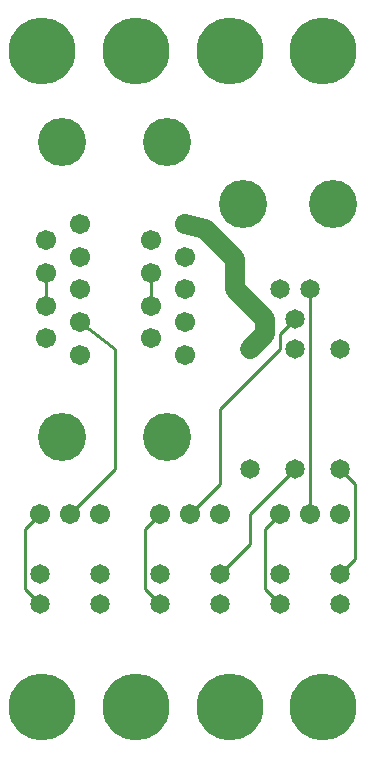
<source format=gtl>
%MOIN*%
%FSLAX25Y25*%
G04 D10 used for Character Trace; *
G04     Circle (OD=.01000) (No hole)*
G04 D11 used for Power Trace; *
G04     Circle (OD=.06500) (No hole)*
G04 D12 used for Signal Trace; *
G04     Circle (OD=.01100) (No hole)*
G04 D13 used for Via; *
G04     Circle (OD=.05800) (Round. Hole ID=.02800)*
G04 D14 used for Component hole; *
G04     Circle (OD=.06500) (Round. Hole ID=.03500)*
G04 D15 used for Component hole; *
G04     Circle (OD=.06700) (Round. Hole ID=.04300)*
G04 D16 used for Component hole; *
G04     Circle (OD=.08100) (Round. Hole ID=.05100)*
G04 D17 used for Component hole; *
G04     Circle (OD=.08900) (Round. Hole ID=.05900)*
G04 D18 used for Component hole; *
G04     Circle (OD=.11300) (Round. Hole ID=.08300)*
G04 D19 used for Component hole; *
G04     Circle (OD=.16000) (Round. Hole ID=.13000)*
G04 D20 used for Component hole; *
G04     Circle (OD=.18300) (Round. Hole ID=.15300)*
G04 D21 used for Component hole; *
G04     Circle (OD=.22291) (Round. Hole ID=.19291)*
%ADD10C,.01000*%
%ADD11C,.06500*%
%ADD12C,.01100*%
%ADD13C,.05800*%
%ADD14C,.06500*%
%ADD15C,.06700*%
%ADD16C,.08100*%
%ADD17C,.08900*%
%ADD18C,.11300*%
%ADD19C,.16000*%
%ADD20C,.18300*%
%ADD21C,.22291*%
%IPPOS*%
%LPD*%
G90*X0Y0D02*D21*X15625Y15625D03*X46875D03*D14*    
X35000Y50000D03*X15000D03*D12*X10000Y55000D01*    
Y75000D01*X15000Y80000D01*D15*D03*X25000D03*D12*  
X40000Y95000D01*Y135000D01*X28100Y144100D01*D15*  
D03*Y155000D03*Y133200D03*X16800Y160400D03*D12*   
Y149600D01*D15*D03*Y138700D03*X28100Y165900D03*   
X16800Y171300D03*X28100Y176800D03*                
X51800Y138700D03*Y149600D03*D12*Y160400D01*D15*   
D03*Y171300D03*X63100Y144100D03*Y176800D03*D11*   
X70000Y175000D01*X80000Y165000D01*Y155000D01*     
X90000Y145000D01*D14*D03*D11*Y140000D01*          
X85000Y135000D01*D14*D03*D12*X75000Y115000D02*    
X95000Y135000D01*X75000Y90000D02*Y115000D01*      
X65000Y80000D02*X75000Y90000D01*D15*              
X65000Y80000D03*X75000D03*X55000D03*D12*          
X50000Y75000D01*Y55000D01*X55000Y50000D01*D14*D03*
Y60000D03*X35000D03*X75000Y50000D03*Y60000D03*D12*
X85000Y70000D01*Y80000D01*X100000Y95000D01*D14*   
D03*D15*X115000Y80000D03*X95000D03*D12*           
X90000Y75000D01*Y55000D01*X95000Y50000D01*D14*D03*
Y60000D03*X115000Y50000D03*Y60000D03*D12*         
X120000Y65000D01*Y90000D01*X115000Y95000D01*D14*  
D03*D15*X105000Y80000D03*D12*Y155000D01*D14*D03*  
X100000Y145000D03*D12*X95000Y140000D01*Y135000D01*
D14*X100000D03*X115000D03*X95000Y155000D03*D15*   
X63100Y165900D03*Y155000D03*Y133200D03*D14*       
X85000Y95000D03*D19*X57400Y105800D03*             
X112500Y183500D03*X82500D03*D15*X35000Y80000D03*  
D19*X57400Y204200D03*X22400D03*Y105800D03*D14*    
X15000Y60000D03*D21*X109375Y234375D03*X78125D03*  
X46875D03*X15625D03*X78125Y15625D03*X109375D03*   
M02*                                              

</source>
